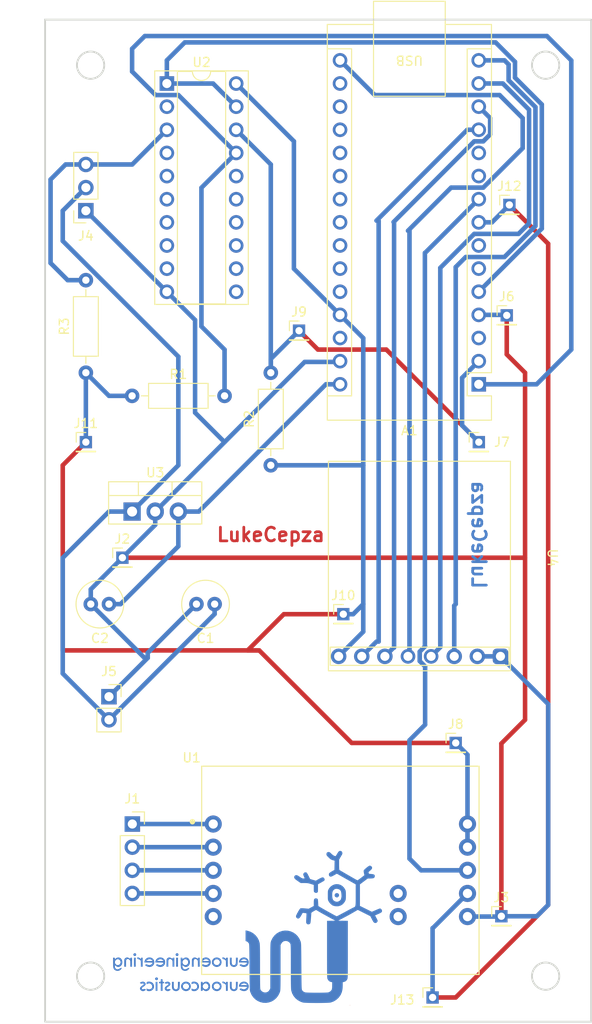
<source format=kicad_pcb>
(kicad_pcb (version 20221018) (generator pcbnew)
  (title_block (title "Caress Module PCB") (date "2023-07-19") (rev "2") (company "NeuroSense") (comment 1 "NeuroTechs ResearchGroup") (comment 2 "Designed by Luke Cepza"))
  (layers (0 "F.Cu" signal) (31 "B.Cu" signal) (34 "B.Paste" user) (35 "F.Paste" user) (36 "B.SilkS" user "B.Silkscreen") (37 "F.SilkS" user "F.Silkscreen") (38 "B.Mask" user) (39 "F.Mask" user) (44 "Edge.Cuts" user))
  (net 0 "")
  (net 1 "Net-(A1-Pad1)")
  (net 2 "Net-(A1-Pad2)")
  (net 4 "GND")
  (net 5 "Net-(A1-Pad5)")
  (net 8 "Net-(A1-Pad8)")
  (net 9 "Net-(A1-Pad9)")
  (net 12 "Net-(A1-Pad12)")
  (net 13 "Net-(A1-Pad13)")
  (net 14 "Net-(A1-Pad14)")
  (net 15 "Net-(A1-Pad15)")
  (net 16 "Net-(A1-Pad16)")
  (net 27 "+5V")
  (net 29 "Net-(A1-Pad30)")
  (net 31 "Net-(J1-Pad1)")
  (net 32 "Net-(J1-Pad2)")
  (net 33 "Net-(J1-Pad3)")
  (net 34 "Net-(J1-Pad4)")
  (net 50 "+12V")
  (net 51 "Net-(J4-Pad3)")
  (footprint "Connector_PinHeader_2.00mm:PinHeader_1x01_P2.00mm_Vertical" (layer "F.Cu") (at 87.66 86.38)
    (fp_text reference "J7")
    (fp_text value "Conn_01x01_Male")
  )
  (footprint "Resistor_THT:R_Axial_DIN0207_L6.3mm_D2.5mm_P10.16mm_Horizontal" (layer "F.Cu") (at 44.48 78.76 90)
    (fp_text reference "R3")
    (fp_text value "10k")
  )
  (footprint "Connector_PinHeader_2.00mm:PinHeader_1x01_P2.00mm_Vertical" (layer "F.Cu") (at 90.135755 138.424593)
    (fp_text reference "J3")
    (fp_text value "Conn_01x01_Male")
  )
  (footprint "Connector_PinHeader_2.00mm:PinHeader_1x01_P2.00mm_Vertical" (layer "F.Cu") (at 67.904029 74.14465)
    (fp_text reference "J9")
    (fp_text value "Conn_01x01_Male")
  )
  (footprint "Connector_PinHeader_2.00mm:PinHeader_1x01_P2.00mm_Vertical" (layer "F.Cu") (at 90.727481 72.462734)
    (fp_text reference "J6")
    (fp_text value "Conn_01x01_Male")
  )
  (footprint "Connector_PinHeader_2.00mm:PinHeader_1x01_P2.00mm_Vertical" (layer "F.Cu") (at 85.12 119.4)
    (fp_text reference "J8")
    (fp_text value "Conn_01x01_Male")
  )
  (footprint "Connector_PinHeader_2.00mm:PinHeader_1x01_P2.00mm_Vertical" (layer "F.Cu") (at 82.58 147.34)
    (fp_text reference "J13")
    (fp_text value "Conn_01x01_Male")
  )
  (footprint "Resistor_THT:R_Axial_DIN0207_L6.3mm_D2.5mm_P10.16mm_Horizontal" (layer "F.Cu") (at 49.56 81.3)
    (fp_text reference "R1")
    (fp_text value "10k")
  )
  (footprint "Connector_PinHeader_2.00mm:PinHeader_1x01_P2.00mm_Vertical" (layer "F.Cu") (at 48.493101 99.067747)
    (fp_text reference "J2")
    (fp_text value "Conn_01x01_Male")
  )
  (footprint "Capacitor_THT:C_Radial_D5.0mm_H11.0mm_P2.00mm" (layer "F.Cu") (at 58.63 104.16 180)
    (fp_text reference "C1")
    (fp_text value "220uF")
  )
  (footprint "Capacitor_THT:C_Radial_D5.0mm_H11.0mm_P2.00mm" (layer "F.Cu") (at 47.02 104.16 180)
    (fp_text reference "C2")
    (fp_text value "10uF")
  )
  (footprint "SEN-13879:SPARKFUN_SEN-13879" (layer "F.Cu") (at 72.445 133.38)
    (fp_text reference "U1")
    (fp_text value "SEN-13879")
  )
  (footprint "Package_TO_SOT_THT:TO-220-3_Vertical" (layer "F.Cu") (at 49.56 94)
    (fp_text reference "U3")
    (fp_text value "L7805")
  )
  (footprint "Connector_PinSocket_2.54mm:PinSocket_1x02_P2.54mm_Vertical" (layer "F.Cu") (at 47.02 114.32)
    (fp_text reference "J5")
    (fp_text value "Conn_01x02_Male_12V")
  )
  (footprint "Connector_PinSocket_2.54mm:PinSocket_1x04_P2.54mm_Vertical" (layer "F.Cu") (at 49.585 128.3)
    (fp_text reference "J1")
    (fp_text value "Conn_01x04_Male_Cell")
  )
  (footprint "Connector_PinSocket_2.54mm:PinSocket_1x03_P2.54mm_Vertical" (layer "F.Cu") (at 44.48 60.98 180)
    (fp_text reference "J4")
    (fp_text value "Conn_01x03_Male_AX12A")
  )
  (footprint "Package_DIP:DIP-20_W7.62mm_Socket" (layer "F.Cu") (at 53.38 47.015)
    (fp_text reference "U2")
    (fp_text value "SN74LS241N")
  )
  (footprint "Resistor_THT:R_Axial_DIN0207_L6.3mm_D2.5mm_P10.16mm_Horizontal" (layer "F.Cu") (at 64.8 88.92 90)
    (fp_text reference "R2")
    (fp_text value "10k")
  )
  (footprint "Connector_PinHeader_2.00mm:PinHeader_1x01_P2.00mm_Vertical" (layer "F.Cu") (at 72.771136 105.266311)
    (fp_text reference "J10")
    (fp_text value "Conn_01x01_Male")
  )
  (footprint "Connector_PinHeader_2.00mm:PinHeader_1x01_P2.00mm_Vertical" (layer "F.Cu") (at 91.015734 60.338376)
    (fp_text reference "J12")
    (fp_text value "Conn_01x01_Male")
  )
  (footprint "SEN-13879:WRL-00691" (layer "F.Cu") (at 90.2 101.62 -90)
    (fp_text reference "U4")
    (fp_text value "WRL-00691")
  )
  (footprint "Connector_PinHeader_2.00mm:PinHeader_1x01_P2.00mm_Vertical" (layer "F.Cu") (at 44.48 86.38)
    (fp_text reference "J11")
    (fp_text value "Conn_01x01_Male")
  )
  (footprint "Module:Arduino_Nano" (layer "F.Cu") (at 87.65 80.03 180)
    (fp_text reference "A1")
    (fp_text value "Arduino_Nano_v3.x")
  )
  (footprint "Graphics:NYNLogo" (layer "B.Cu") (at 62.26 139.72 180)
    (fp_text reference "G***" hide)
    (fp_text value "LOGO" hide)
  )
  (gr_circle (center 95 145) (end 96.5 145) (stroke (width 0.2)) (fill none) (layer "Edge.Cuts"))
  (gr_circle (center 45 45) (end 46.5 45) (stroke (width 0.2)) (fill none) (layer "Edge.Cuts"))
  (gr_circle (center 95 45) (end 96.5 45) (stroke (width 0.2)) (fill none) (layer "Edge.Cuts"))
  (gr_circle (center 45 145) (end 46.5 145) (stroke (width 0.2)) (fill none) (layer "Edge.Cuts"))
  (gr_rect locked (start 40 40) (end 100 150) (stroke (width 0.2)) (fill none) (layer "Edge.Cuts"))
  (gr_text "LukeCepza" (at 64.8 96.54) (layer "F.Cu") (effects (font (size 1.5 1.5) (thickness 0.3))))
  (gr_text "LukeCepza" (at 87.66 96.54 270) (layer "B.Cu") (effects (font (size 1.5 1.5) (thickness 0.3)) (justify mirror)))
  (segment (start 57.18 73.68) (end 57.18 58.455) (width 0.5) (layer "B.Cu") (net 1))
  (segment (start 94.01 80.03) (end 97.82 76.22) (width 0.5) (layer "B.Cu") (net 1))
  (segment (start 49.56 43.2) (end 49.56 45.695) (width 0.5) (layer "B.Cu") (net 1))
  (segment (start 49.56 45.695) (end 52.145 48.28) (width 0.5) (layer "B.Cu") (net 1))
  (segment (start 57.18 58.455) (end 61 54.635) (width 0.5) (layer "B.Cu") (net 1))
  (segment (start 97.82 76.22) (end 97.82 44.48) (width 0.5) (layer "B.Cu") (net 1))
  (segment (start 97.82 44.48) (end 95.14 41.8) (width 0.5) (layer "B.Cu") (net 1))
  (segment (start 59.72 81.3) (end 59.72 76.22) (width 0.5) (layer "B.Cu") (net 1))
  (segment (start 50.96 41.8) (end 49.56 43.2) (width 0.5) (layer "B.Cu") (net 1))
  (segment (start 95.14 41.8) (end 50.96 41.8) (width 0.5) (layer "B.Cu") (net 1))
  (segment (start 59.72 76.22) (end 57.18 73.68) (width 0.5) (layer "B.Cu") (net 1))
  (segment (start 87.65 80.03) (end 94.01 80.03) (width 0.5) (layer "B.Cu") (net 1))
  (segment (start 52.145 48.28) (end 54.645 48.28) (width 0.5) (layer "B.Cu") (net 1))
  (segment (start 54.645 48.28) (end 61 54.635) (width 0.5) (layer "B.Cu") (net 1))
  (segment (start 77.5 76.22) (end 87.66 86.38) (width 0.5) (layer "F.Cu") (net 2))
  (segment (start 67.904029 74.14465) (end 69.979379 76.22) (width 0.5) (layer "F.Cu") (net 2))
  (segment (start 61 52.095) (end 61 52.430991) (width 0.25) (layer "F.Cu") (net 2))
  (segment (start 69.979379 76.22) (end 77.5 76.22) (width 0.5) (layer "F.Cu") (net 2))
  (segment (start 85.82 84.54) (end 85.82 79.32) (width 0.5) (layer "B.Cu") (net 2))
  (segment (start 87.66 86.38) (end 85.82 84.54) (width 0.5) (layer "B.Cu") (net 2))
  (segment (start 64.8 78.76) (end 64.8 77.248679) (width 0.5) (layer "B.Cu") (net 2))
  (segment (start 64.8 78.76) (end 64.8 55.895) (width 0.5) (layer "B.Cu") (net 2))
  (segment (start 64.8 77.248679) (end 67.904029 74.14465) (width 0.5) (layer "B.Cu") (net 2))
  (segment (start 64.8 55.895) (end 61 52.095) (width 0.5) (layer "B.Cu") (net 2))
  (segment (start 85.82 79.32) (end 87.65 77.49) (width 0.5) (layer "B.Cu") (net 2))
  (segment (start 92.74 78.76) (end 90.727481 76.747481) (width 0.5) (layer "F.Cu") (net 4))
  (segment (start 90.135755 119.464245) (end 92.74 116.86) (width 0.5) (layer "F.Cu") (net 4))
  (segment (start 44.48 60.98) (end 44.485 60.98) (width 0.25) (layer "F.Cu") (net 4))
  (segment (start 90.727481 76.747481) (end 90.727481 72.462734) (width 0.5) (layer "F.Cu") (net 4))
  (segment (start 92.74 116.86) (end 92.74 78.76) (width 0.5) (layer "F.Cu") (net 4))
  (segment (start 90.135755 138.424593) (end 90.135755 119.464245) (width 0.5) (layer "F.Cu") (net 4))
  (segment (start 92.74 99.067747) (end 48.493101 99.067747) (width 0.5) (layer "F.Cu") (net 4))
  (segment (start 87.65 72.41) (end 90.674747 72.41) (width 0.5) (layer "B.Cu") (net 4))
  (segment (start 68.526897 77.573103) (end 72.326897 77.573103) (width 0.5) (layer "B.Cu") (net 4))
  (segment (start 45.02 102.540848) (end 48.493101 99.067747) (width 0.5) (layer "B.Cu") (net 4))
  (segment (start 90.135755 138.424593) (end 94.035407 138.424593) (width 0.5) (layer "B.Cu") (net 4))
  (segment (start 95.28 115.138094) (end 90.036755 109.894849) (width 0.5) (layer "B.Cu") (net 4))
  (segment (start 51.275 110.065) (end 51.275 109.515) (width 0.5) (layer "B.Cu") (net 4))
  (segment (start 53.38 69.875) (end 44.485 60.98) (width 0.5) (layer "B.Cu") (net 4))
  (segment (start 45.02 104.16) (end 45.02 102.540848) (width 0.5) (layer "B.Cu") (net 4))
  (segment (start 87.496755 109.894849) (end 90.036755 109.894849) (width 0.5) (layer "B.Cu") (net 4))
  (segment (start 52.1 95.460848) (end 52.1 94) (width 0.5) (layer "B.Cu") (net 4))
  (segment (start 56.48 72.975) (end 56.48 83.14) (width 0.5) (layer "B.Cu") (net 4))
  (segment (start 90.100348 138.46) (end 90.135755 138.424593) (width 0.5) (layer "B.Cu") (net 4))
  (segment (start 56.48 83.14) (end 59.72 86.38) (width 0.5) (layer "B.Cu") (net 4))
  (segment (start 53.38 69.875) (end 56.48 72.975) (width 0.5) (layer "B.Cu") (net 4))
  (segment (start 51.275 109.515) (end 56.63 104.16) (width 0.5) (layer "B.Cu") (net 4))
  (segment (start 94.035407 138.424593) (end 95.28 137.18) (width 0.5) (layer "B.Cu") (net 4))
  (segment (start 45.02 104.16) (end 50.925 110.065) (width 0.5) (layer "B.Cu") (net 4))
  (segment (start 86.415 138.46) (end 90.100348 138.46) (width 0.5) (layer "B.Cu") (net 4))
  (segment (start 52.1 94) (end 68.526897 77.573103) (width 0.5) (layer "B.Cu") (net 4))
  (segment (start 50.925 110.065) (end 51.275 110.065) (width 0.5) (layer "B.Cu") (net 4))
  (segment (start 95.28 137.18) (end 95.28 115.138094) (width 0.5) (layer "B.Cu") (net 4))
  (segment (start 48.493101 99.067747) (end 52.1 95.460848) (width 0.5) (layer "B.Cu") (net 4))
  (segment (start 44.485 60.98) (end 44.48 60.98) (width 0.5) (layer "B.Cu") (net 4))
  (segment (start 72.326897 77.573103) (end 72.41 77.49) (width 0.5) (layer "B.Cu") (net 4))
  (segment (start 47.02 114.32) (end 51.275 110.065) (width 0.5) (layer "B.Cu") (net 4))
  (segment (start 90.674747 72.41) (end 90.727481 72.462734) (width 0.5) (layer "B.Cu") (net 4))
  (segment (start 55.3475 42.5) (end 89.5 42.5) (width 0.5) (layer "B.Cu") (net 5))
  (segment (start 53.38 47.015) (end 53.38 44.4675) (width 0.5) (layer "B.Cu") (net 5))
  (segment (start 91.632562 44.632562) (end 91.632562 46.364954) (width 0.5) (layer "B.Cu") (net 5))
  (segment (start 94.58 49.312392) (end 94.58 62.94) (width 0.5) (layer "B.Cu") (net 5))
  (segment (start 89.5 42.5) (end 91.632562 44.632562) (width 0.5) (layer "B.Cu") (net 5))
  (segment (start 91.632562 46.364954) (end 94.58 49.312392) (width 0.5) (layer "B.Cu") (net 5))
  (segment (start 58.46 47.015) (end 61 49.555) (width 0.5) (layer "B.Cu") (net 5))
  (segment (start 53.38 44.4675) (end 55.3475 42.5) (width 0.5) (layer "B.Cu") (net 5))
  (segment (start 94.58 62.94) (end 87.65 69.87) (width 0.5) (layer "B.Cu") (net 5))
  (segment (start 53.38 47.015) (end 58.46 47.015) (width 0.5) (layer "B.Cu") (net 5))
  (segment (start 90.2 142.26) (end 95.28 137.18) (width 0.5) (layer "F.Cu") (net 8))
  (segment (start 82.58 147.34) (end 85.12 147.34) (width 0.5) (layer "F.Cu") (net 8))
  (segment (start 95.28 64.602642) (end 91.015734 60.338376) (width 0.5) (layer "F.Cu") (net 8))
  (segment (start 85.12 147.34) (end 90.2 142.26) (width 0.5) (layer "F.Cu") (net 8))
  (segment (start 95.28 137.18) (end 95.28 64.602642) (width 0.5) (layer "F.Cu") (net 8))
  (segment (start 87.65 62.25) (end 89.10411 62.25) (width 0.5) (layer "B.Cu") (net 8))
  (segment (start 82.58 139.755) (end 86.415 135.92) (width 0.5) (layer "B.Cu") (net 8))
  (segment (start 82.58 147.34) (end 82.58 144.835) (width 0.5) (layer "B.Cu") (net 8))
  (segment (start 82.58 144.8) (end 82.58 139.72) (width 0.5) (layer "B.Cu") (net 8))
  (segment (start 89.10411 62.25) (end 91.015734 60.338376) (width 0.5) (layer "B.Cu") (net 8))
  (segment (start 81.733332 65.602547) (end 81.733332 108.786384) (width 0.5) (layer "B.Cu") (net 9))
  (segment (start 81.757453 108.786384) (end 81.166755 109.377082) (width 0.5) (layer "B.Cu") (net 9))
  (segment (start 81.166755 109.377082) (end 81.166755 110.412616) (width 0.5) (layer "B.Cu") (net 9))
  (segment (start 81.757453 111.003314) (end 81.757453 117.396057) (width 0.5) (layer "B.Cu") (net 9))
  (segment (start 80.04 132.1) (end 81.32 133.38) (width 0.5) (layer "B.Cu") (net 9))
  (segment (start 81.32 133.38) (end 86.415 133.38) (width 0.5) (layer "B.Cu") (net 9))
  (segment (start 81.757453 117.396057) (end 80.04 119.11351) (width 0.5) (layer "B.Cu") (net 9))
  (segment (start 81.166755 110.412616) (end 81.757453 111.003314) (width 0.5) (layer "B.Cu") (net 9))
  (segment (start 80.04 119.11351) (end 80.04 132.1) (width 0.5) (layer "B.Cu") (net 9))
  (segment (start 87.65 59.71) (end 81.757453 65.602547) (width 0.5) (layer "B.Cu") (net 9))
  (segment (start 74.796755 109.894849) (end 76.416209 108.275395) (width 0.5) (layer "B.Cu") (net 12))
  (segment (start 76.416209 62.063791) (end 86.39 52.09) (width 0.5) (layer "B.Cu") (net 12))
  (segment (start 86.39 52.09) (end 87.65 52.09) (width 0.5) (layer "B.Cu") (net 12))
  (segment (start 76.653333 108.275395) (end 76.653333 62.063791) (width 0.5) (layer "B.Cu") (net 12))
  (segment (start 77.336755 109.894849) (end 78.292 108.939604) (width 0.5) (layer "B.Cu") (net 13))
  (segment (start 88.9 50.8) (end 87.65 49.55) (width 0.5) (layer "B.Cu") (net 13))
  (segment (start 78.292 62.220233) (end 87.152233 53.36) (width 0.5) (layer "B.Cu") (net 13))
  (segment (start 78.346666 108.939604) (end 78.346666 62.220233) (width 0.5) (layer "B.Cu") (net 13))
  (segment (start 87.152233 53.36) (end 88.147767 53.36) (width 0.5) (layer "B.Cu") (net 13))
  (segment (start 88.9 52.607767) (end 88.9 50.8) (width 0.5) (layer "B.Cu") (net 13))
  (segment (start 88.147767 53.36) (end 88.9 52.607767) (width 0.5) (layer "B.Cu") (net 13))
  (segment (start 90.297709 47.01) (end 87.65 47.01) (width 0.5) (layer "B.Cu") (net 14))
  (segment (start 82.416755 109.894849) (end 83.426665 108.884939) (width 0.5) (layer "B.Cu") (net 14))
  (segment (start 83.426665 67.245568) (end 87.152233 63.52) (width 0.5) (layer "B.Cu") (net 14))
  (segment (start 93.18 49.892292) (end 90.297709 47.01) (width 0.5) (layer "B.Cu") (net 14))
  (segment (start 87.152233 63.52) (end 92.0201 63.52) (width 0.5) (layer "B.Cu") (net 14))
  (segment (start 93.18 62.3601) (end 93.18 49.892292) (width 0.5) (layer "B.Cu") (net 14))
  (segment (start 92.0201 63.52) (end 93.18 62.3601) (width 0.5) (layer "B.Cu") (net 14))
  (segment (start 83.426665 108.884939) (end 83.426665 67.245568) (width 0.5) (layer "B.Cu") (net 14))
  (segment (start 85.12 104.16) (end 85.12 67.16165) (width 0.5) (layer "B.Cu") (net 15))
  (segment (start 90.47005 66.06) (end 93.88 62.65005) (width 0.5) (layer "B.Cu") (net 15))
  (segment (start 86.22165 66.06) (end 90.47005 66.06) (width 0.5) (layer "B.Cu") (net 15))
  (segment (start 90.48005 44.47) (end 87.65 44.47) (width 0.5) (layer "B.Cu") (net 15))
  (segment (start 90.932562 44.922512) (end 90.48005 44.47) (width 0.5) (layer "B.Cu") (net 15))
  (segment (start 85.12 67.16165) (end 86.22165 66.06) (width 0.5) (layer "B.Cu") (net 15))
  (segment (start 84.956755 109.894849) (end 84.956755 104.323245) (width 0.5) (layer "B.Cu") (net 15))
  (segment (start 90.932562 46.654903) (end 90.932562 44.922512) (width 0.5) (layer "B.Cu") (net 15))
  (segment (start 84.956755 104.323245) (end 85.12 104.16) (width 0.5) (layer "B.Cu") (net 15))
  (segment (start 93.88 62.65005) (end 93.88 49.602342) (width 0.5) (layer "B.Cu") (net 15))
  (segment (start 93.88 49.602342) (end 90.932562 46.654903) (width 0.5) (layer "B.Cu") (net 15))
  (segment (start 76.22 48.28) (end 72.41 44.47) (width 0.5) (layer "B.Cu") (net 16))
  (segment (start 79.876755 109.403243) (end 80.039999 109.239999) (width 0.5) (layer "B.Cu") (net 16))
  (segment (start 92.48 54.107767) (end 92.48 50.82) (width 0.5) (layer "B.Cu") (net 16))
  (segment (start 80.039999 109.894849) (end 80.039999 109.239999) (width 0.5) (layer "B.Cu") (net 16))
  (segment (start 92.48 50.82) (end 89.94 48.28) (width 0.5) (layer "B.Cu") (net 16))
  (segment (start 89.94 48.28) (end 76.22 48.28) (width 0.5) (layer "B.Cu") (net 16))
  (segment (start 80.039999 109.239999) (end 80.039999 63.175478) (width 0.5) (layer "B.Cu") (net 16))
  (segment (start 79.876755 109.894849) (end 79.876755 109.403243) (width 0.5) (layer "B.Cu") (net 16))
  (segment (start 79.876755 63.175478) (end 84.612233 58.44) (width 0.5) (layer "B.Cu") (net 16))
  (segment (start 88.147767 58.44) (end 92.48 54.107767) (width 0.5) (layer "B.Cu") (net 16))
  (segment (start 84.612233 58.44) (end 88.147767 58.44) (width 0.5) (layer "B.Cu") (net 16))
  (segment (start 63.527913 109.24) (end 73.687913 119.4) (width 0.5) (layer "F.Cu") (net 27))
  (segment (start 44.48 86.38) (end 41.94 88.92) (width 0.5) (layer "F.Cu") (net 27))
  (segment (start 73.687913 119.4) (end 85.12 119.4) (width 0.5) (layer "F.Cu") (net 27))
  (segment (start 62.26 109.24) (end 63.527913 109.24) (width 0.5) (layer "F.Cu") (net 27))
  (segment (start 41.94 109.24) (end 63.527913 109.24) (width 0.5) (layer "F.Cu") (net 27))
  (segment (start 61 47.015) (end 61 47.350991) (width 0.25) (layer "F.Cu") (net 27))
  (segment (start 66.233689 105.266311) (end 62.26 109.24) (width 0.5) (layer "F.Cu") (net 27))
  (segment (start 72.771136 105.266311) (end 66.233689 105.266311) (width 0.5) (layer "F.Cu") (net 27))
  (segment (start 41.94 88.92) (end 41.94 109.24) (width 0.5) (layer "F.Cu") (net 27))
  (segment (start 72.771136 105.266311) (end 73.853689 105.266311) (width 0.5) (layer "B.Cu") (net 27))
  (segment (start 72.256755 109.894849) (end 74.96 107.191604) (width 0.5) (layer "B.Cu") (net 27))
  (segment (start 49.56 81.3) (end 47.02 81.3) (width 0.5) (layer "B.Cu") (net 27))
  (segment (start 67.34 67.34) (end 67.34 53.355) (width 0.5) (layer "B.Cu") (net 27))
  (segment (start 64.8 88.92) (end 74.96 88.92) (width 0.5) (layer "B.Cu") (net 27))
  (segment (start 72.41 72.41) (end 67.34 67.34) (width 0.5) (layer "B.Cu") (net 27))
  (segment (start 74.96 88.92) (end 74.96 74.96) (width 0.5) (layer "B.Cu") (net 27))
  (segment (start 44.48 78.76) (end 44.48 86.38) (width 0.5) (layer "B.Cu") (net 27))
  (segment (start 47.02 81.3) (end 44.48 78.76) (width 0.5) (layer "B.Cu") (net 27))
  (segment (start 74.96 107.191604) (end 74.96 104.16) (width 0.5) (layer "B.Cu") (net 27))
  (segment (start 74.96 104.16) (end 74.96 88.92) (width 0.5) (layer "B.Cu") (net 27))
  (segment (start 86.415 120.695) (end 86.415 128.3) (width 0.5) (layer "B.Cu") (net 27))
  (segment (start 85.12 119.4) (end 86.415 120.695) (width 0.5) (layer "B.Cu") (net 27))
  (segment (start 67.34 53.355) (end 61 47.015) (width 0.5) (layer "B.Cu") (net 27))
  (segment (start 74.96 74.96) (end 72.41 72.41) (width 0.5) (layer "B.Cu") (net 27))
  (segment (start 73.853689 105.266311) (end 74.96 104.16) (width 0.5) (layer "B.Cu") (net 27))
  (segment (start 86.415 130.84) (end 86.415 128.3) (width 0.5) (layer "B.Cu") (net 27))
  (segment (start 48.29 104.16) (end 54.64 97.81) (width 0.5) (layer "B.Cu") (net 29))
  (segment (start 47.02 104.16) (end 48.29 104.16) (width 0.5) (layer "B.Cu") (net 29))
  (segment (start 70.85995 80.03) (end 72.41 80.03) (width 0.5) (layer "B.Cu") (net 29))
  (segment (start 54.64 97.81) (end 54.64 94) (width 0.5) (layer "B.Cu") (net 29))
  (segment (start 56.88995 94) (end 70.85995 80.03) (width 0.5) (layer "B.Cu") (net 29))
  (segment (start 54.64 94) (end 56.88995 94) (width 0.5) (layer "B.Cu") (net 29))
  (segment (start 58.475 128.3) (end 49.585 128.3) (width 0.5) (layer "B.Cu") (net 31))
  (segment (start 49.585 130.84) (end 58.475 130.84) (width 0.5) (layer "B.Cu") (net 32))
  (segment (start 58.475 133.38) (end 49.585 133.38) (width 0.5) (layer "B.Cu") (net 33))
  (segment (start 49.585 135.92) (end 58.475 135.92) (width 0.5) (layer "B.Cu") (net 34))
  (segment (start 47.02 94) (end 41.94 99.08) (width 0.5) (layer "B.Cu") (net 50))
  (segment (start 54.64 88.92) (end 54.64 76.992233) (width 0.5) (layer "B.Cu") (net 50))
  (segment (start 58.63 105.25) (end 58.63 104.16) (width 0.5) (layer "B.Cu") (net 50))
  (segment (start 49.56 94) (end 47.02 94) (width 0.5) (layer "B.Cu") (net 50))
  (segment (start 41.94 60.98) (end 44.48 58.44) (width 0.5) (layer "B.Cu") (net 50))
  (segment (start 41.94 64.292233) (end 41.94 60.98) (width 0.5) (layer "B.Cu") (net 50))
  (segment (start 49.56 94) (end 54.64 88.92) (width 0.5) (layer "B.Cu") (net 50))
  (segment (start 41.94 111.78) (end 47.02 116.86) (width 0.5) (layer "B.Cu") (net 50))
  (segment (start 47.02 116.86) (end 58.63 105.25) (width 0.5) (layer "B.Cu") (net 50))
  (segment (start 41.94 99.08) (end 41.94 111.78) (width 0.5) (layer "B.Cu") (net 50))
  (segment (start 54.64 76.992233) (end 41.94 64.292233) (width 0.5) (layer "B.Cu") (net 50))
  (segment (start 42.482942 68.6) (end 40.602761 66.719819) (width 0.5) (layer "B.Cu") (net 51))
  (segment (start 40.602761 57.550186) (end 42.252947 55.9) (width 0.5) (layer "B.Cu") (net 51))
  (segment (start 42.252947 55.9) (end 44.48 55.9) (width 0.5) (layer "B.Cu") (net 51))
  (segment (start 49.575 55.9) (end 53.38 52.095) (width 0.5) (layer "B.Cu") (net 51))
  (segment (start 44.48 68.6) (end 42.482942 68.6) (width 0.5) (layer "B.Cu") (net 51))
  (segment (start 40.602761 66.719819) (end 40.602761 57.550186) (width 0.5) (layer "B.Cu") (net 51))
  (segment (start 44.48 55.9) (end 49.575 55.9) (width 0.5) (layer "B.Cu") (net 51))
)
</source>
